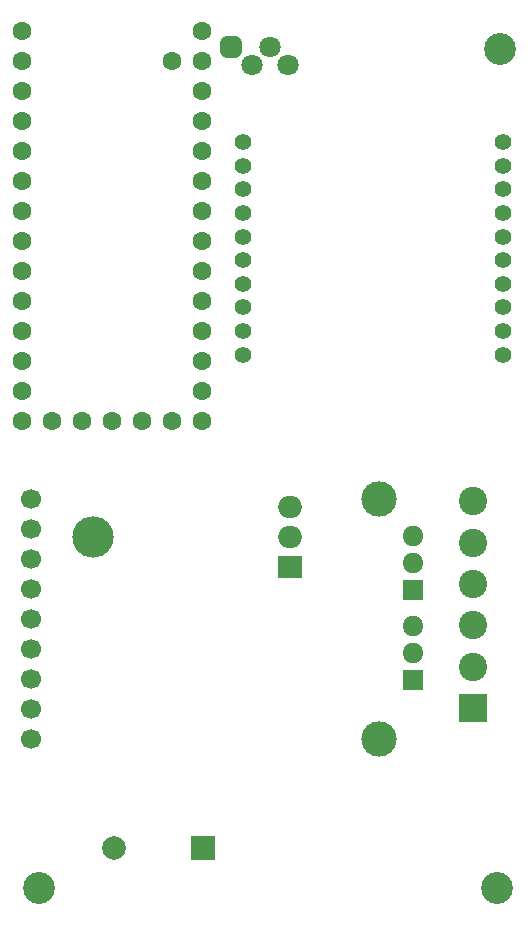
<source format=gbs>
%TF.GenerationSoftware,KiCad,Pcbnew,(6.0.0-0)*%
%TF.CreationDate,2022-03-19T17:52:42-04:00*%
%TF.ProjectId,Bull Space_ Des by Sheenyl Hassan,42756c6c-2053-4706-9163-655f20446573,rev?*%
%TF.SameCoordinates,Original*%
%TF.FileFunction,Soldermask,Bot*%
%TF.FilePolarity,Negative*%
%FSLAX46Y46*%
G04 Gerber Fmt 4.6, Leading zero omitted, Abs format (unit mm)*
G04 Created by KiCad (PCBNEW (6.0.0-0)) date 2022-03-19 17:52:42*
%MOMM*%
%LPD*%
G01*
G04 APERTURE LIST*
G04 Aperture macros list*
%AMRoundRect*
0 Rectangle with rounded corners*
0 $1 Rounding radius*
0 $2 $3 $4 $5 $6 $7 $8 $9 X,Y pos of 4 corners*
0 Add a 4 corners polygon primitive as box body*
4,1,4,$2,$3,$4,$5,$6,$7,$8,$9,$2,$3,0*
0 Add four circle primitives for the rounded corners*
1,1,$1+$1,$2,$3*
1,1,$1+$1,$4,$5*
1,1,$1+$1,$6,$7*
1,1,$1+$1,$8,$9*
0 Add four rect primitives between the rounded corners*
20,1,$1+$1,$2,$3,$4,$5,0*
20,1,$1+$1,$4,$5,$6,$7,0*
20,1,$1+$1,$6,$7,$8,$9,0*
20,1,$1+$1,$8,$9,$2,$3,0*%
G04 Aperture macros list end*
%ADD10O,3.500000X3.500000*%
%ADD11R,2.000000X1.905000*%
%ADD12O,2.000000X1.905000*%
%ADD13C,1.397000*%
%ADD14C,2.700000*%
%ADD15C,1.600000*%
%ADD16C,3.000000*%
%ADD17C,1.700000*%
%ADD18R,1.800000X1.717500*%
%ADD19O,1.800000X1.717500*%
%ADD20R,2.400000X2.400000*%
%ADD21C,2.400000*%
%ADD22R,2.000000X2.000000*%
%ADD23C,2.000000*%
%ADD24RoundRect,0.450000X-0.450000X-0.450000X0.450000X-0.450000X0.450000X0.450000X-0.450000X0.450000X0*%
%ADD25C,1.800000*%
G04 APERTURE END LIST*
D10*
%TO.C,U1*%
X79570000Y-108250000D03*
D11*
X96230000Y-110790000D03*
D12*
X96230000Y-108250000D03*
X96230000Y-105710000D03*
%TD*%
D13*
%TO.C,IC2*%
X92249260Y-74840000D03*
X92249260Y-76838980D03*
X92249260Y-78840500D03*
X92249260Y-80839480D03*
X92249260Y-82841000D03*
X92249260Y-84839980D03*
X92249260Y-86838960D03*
X92249260Y-88840480D03*
X92249260Y-90839460D03*
X92249260Y-92840980D03*
X114250740Y-92840980D03*
X114250740Y-90839460D03*
X114250740Y-88840480D03*
X114250740Y-86838960D03*
X114250740Y-84839980D03*
X114250740Y-82841000D03*
X114250740Y-80839480D03*
X114250740Y-78840500D03*
X114250740Y-76838980D03*
X114250740Y-74840000D03*
%TD*%
D14*
%TO.C,H2*%
X114000000Y-67000000D03*
%TD*%
D15*
%TO.C,IC1*%
X73540000Y-65450000D03*
X73540000Y-67990000D03*
X73540000Y-70530000D03*
X73540000Y-73070000D03*
X73540000Y-75610000D03*
X73540000Y-78150000D03*
X73540000Y-80690000D03*
X73540000Y-83230000D03*
X73540000Y-85770000D03*
X73540000Y-88310000D03*
X73540000Y-90850000D03*
X73540000Y-93390000D03*
X73540000Y-95930000D03*
X73540000Y-98470000D03*
X76080000Y-98470000D03*
X78620000Y-98470000D03*
X81160000Y-98470000D03*
X83700000Y-98470000D03*
X86240000Y-98470000D03*
X88780000Y-98470000D03*
X88780000Y-95930000D03*
X88780000Y-93390000D03*
X88780000Y-90850000D03*
X88780000Y-88310000D03*
X88780000Y-85770000D03*
X88780000Y-83230000D03*
X88780000Y-80690000D03*
X88780000Y-78150000D03*
X88780000Y-75610000D03*
X88780000Y-73070000D03*
X88780000Y-70530000D03*
X88780000Y-67990000D03*
X88780000Y-65450000D03*
X86240000Y-67990000D03*
%TD*%
D16*
%TO.C,U2*%
X103746000Y-105090000D03*
X103746000Y-125410000D03*
D17*
X74282000Y-105090000D03*
X74282000Y-107630000D03*
X74282000Y-110170000D03*
X74282000Y-112710000D03*
X74282000Y-115250000D03*
X74282000Y-117790000D03*
X74282000Y-120330000D03*
X74282000Y-122870000D03*
X74282000Y-125410000D03*
%TD*%
D18*
%TO.C,Q1*%
X106680000Y-120400000D03*
D19*
X106680000Y-118110000D03*
X106680000Y-115820000D03*
%TD*%
D18*
%TO.C,Q5*%
X106680000Y-112780000D03*
D19*
X106680000Y-110490000D03*
X106680000Y-108200000D03*
%TD*%
D14*
%TO.C,H3*%
X75000000Y-138000000D03*
%TD*%
D20*
%TO.C,J1*%
X111750000Y-122750000D03*
D21*
X111750000Y-119250000D03*
X111750000Y-115750000D03*
X111750000Y-112250000D03*
X111750000Y-108750000D03*
X111750000Y-105250000D03*
%TD*%
D22*
%TO.C,BZ1*%
X88900000Y-134620000D03*
D23*
X81300000Y-134620000D03*
%TD*%
D24*
%TO.C,D1*%
X91260000Y-66810000D03*
D25*
X93038000Y-68334000D03*
X94562000Y-66810000D03*
X96086000Y-68334000D03*
%TD*%
D14*
%TO.C,H1*%
X113750000Y-138000000D03*
%TD*%
M02*

</source>
